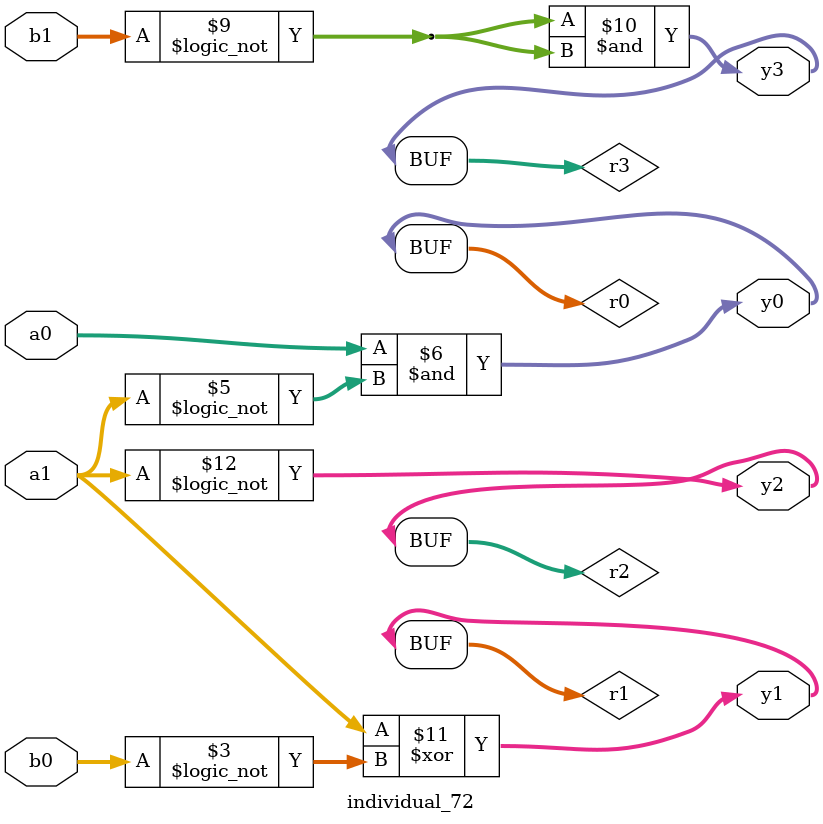
<source format=sv>
module individual_72(input logic [15:0] a1, input logic [15:0] a0, input logic [15:0] b1, input logic [15:0] b0, output logic [15:0] y3, output logic [15:0] y2, output logic [15:0] y1, output logic [15:0] y0);
logic [15:0] r0, r1, r2, r3; 
 always@(*) begin 
	 r0 = a0; r1 = a1; r2 = b0; r3 = b1; 
 	 r3 = ! r3 ;
 	 r2 = ! b0 ;
 	 r3  |=  r3 ;
 	 r3 = ! r1 ;
 	 r0  &=  r3 ;
 	 r3  &=  a1 ;
 	 r3  ^=  a0 ;
 	 r3 = ! b1 ;
 	 r3  &=  r3 ;
 	 r1  ^=  r2 ;
 	 r2 = ! a1 ;
 	 y3 = r3; y2 = r2; y1 = r1; y0 = r0; 
end
endmodule
</source>
